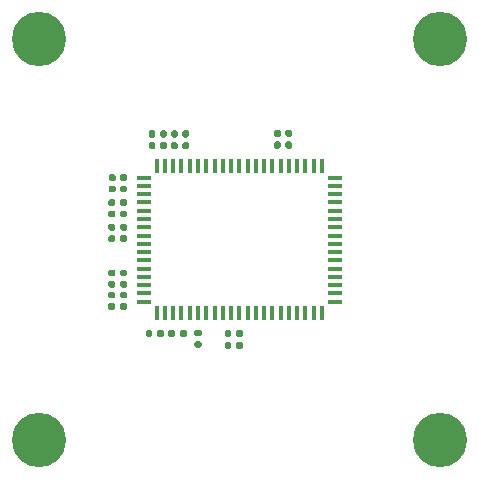
<source format=gbr>
G04 #@! TF.GenerationSoftware,KiCad,Pcbnew,8.0.4*
G04 #@! TF.CreationDate,2025-01-16T23:08:25-08:00*
G04 #@! TF.ProjectId,GMAX4002_MIPI_Breakout,474d4158-3430-4303-925f-4d4950495f42,rev?*
G04 #@! TF.SameCoordinates,Original*
G04 #@! TF.FileFunction,Soldermask,Bot*
G04 #@! TF.FilePolarity,Negative*
%FSLAX46Y46*%
G04 Gerber Fmt 4.6, Leading zero omitted, Abs format (unit mm)*
G04 Created by KiCad (PCBNEW 8.0.4) date 2025-01-16 23:08:25*
%MOMM*%
%LPD*%
G01*
G04 APERTURE LIST*
%ADD10C,4.600000*%
%ADD11R,0.400000X1.200000*%
%ADD12R,1.200000X0.400000*%
G04 APERTURE END LIST*
D10*
G04 #@! TO.C,H4*
X36500000Y-2500000D03*
G04 #@! TD*
G04 #@! TO.C,H3*
X36500000Y-36500000D03*
G04 #@! TD*
G04 #@! TO.C,H1*
X2500000Y-2500000D03*
G04 #@! TD*
G04 #@! TO.C,H2*
X2500000Y-36500000D03*
G04 #@! TD*
G04 #@! TO.C,C98*
G36*
G01*
X18820000Y-28280000D02*
X18820000Y-28620000D01*
G75*
G02*
X18680000Y-28760000I-140000J0D01*
G01*
X18400000Y-28760000D01*
G75*
G02*
X18260000Y-28620000I0J140000D01*
G01*
X18260000Y-28280000D01*
G75*
G02*
X18400000Y-28140000I140000J0D01*
G01*
X18680000Y-28140000D01*
G75*
G02*
X18820000Y-28280000I0J-140000D01*
G01*
G37*
G36*
G01*
X19780000Y-28280000D02*
X19780000Y-28620000D01*
G75*
G02*
X19640000Y-28760000I-140000J0D01*
G01*
X19360000Y-28760000D01*
G75*
G02*
X19220000Y-28620000I0J140000D01*
G01*
X19220000Y-28280000D01*
G75*
G02*
X19360000Y-28140000I140000J0D01*
G01*
X19640000Y-28140000D01*
G75*
G02*
X19780000Y-28280000I0J-140000D01*
G01*
G37*
G04 #@! TD*
G04 #@! TO.C,C97*
G36*
G01*
X18820000Y-27280000D02*
X18820000Y-27620000D01*
G75*
G02*
X18680000Y-27760000I-140000J0D01*
G01*
X18400000Y-27760000D01*
G75*
G02*
X18260000Y-27620000I0J140000D01*
G01*
X18260000Y-27280000D01*
G75*
G02*
X18400000Y-27140000I140000J0D01*
G01*
X18680000Y-27140000D01*
G75*
G02*
X18820000Y-27280000I0J-140000D01*
G01*
G37*
G36*
G01*
X19780000Y-27280000D02*
X19780000Y-27620000D01*
G75*
G02*
X19640000Y-27760000I-140000J0D01*
G01*
X19360000Y-27760000D01*
G75*
G02*
X19220000Y-27620000I0J140000D01*
G01*
X19220000Y-27280000D01*
G75*
G02*
X19360000Y-27140000I140000J0D01*
G01*
X19640000Y-27140000D01*
G75*
G02*
X19780000Y-27280000I0J-140000D01*
G01*
G37*
G04 #@! TD*
G04 #@! TO.C,C96*
G36*
G01*
X23000000Y-11330000D02*
X23000000Y-11670000D01*
G75*
G02*
X22860000Y-11810000I-140000J0D01*
G01*
X22580000Y-11810000D01*
G75*
G02*
X22440000Y-11670000I0J140000D01*
G01*
X22440000Y-11330000D01*
G75*
G02*
X22580000Y-11190000I140000J0D01*
G01*
X22860000Y-11190000D01*
G75*
G02*
X23000000Y-11330000I0J-140000D01*
G01*
G37*
G36*
G01*
X23960000Y-11330000D02*
X23960000Y-11670000D01*
G75*
G02*
X23820000Y-11810000I-140000J0D01*
G01*
X23540000Y-11810000D01*
G75*
G02*
X23400000Y-11670000I0J140000D01*
G01*
X23400000Y-11330000D01*
G75*
G02*
X23540000Y-11190000I140000J0D01*
G01*
X23820000Y-11190000D01*
G75*
G02*
X23960000Y-11330000I0J-140000D01*
G01*
G37*
G04 #@! TD*
G04 #@! TO.C,C95*
G36*
G01*
X23000000Y-10330000D02*
X23000000Y-10670000D01*
G75*
G02*
X22860000Y-10810000I-140000J0D01*
G01*
X22580000Y-10810000D01*
G75*
G02*
X22440000Y-10670000I0J140000D01*
G01*
X22440000Y-10330000D01*
G75*
G02*
X22580000Y-10190000I140000J0D01*
G01*
X22860000Y-10190000D01*
G75*
G02*
X23000000Y-10330000I0J-140000D01*
G01*
G37*
G36*
G01*
X23960000Y-10330000D02*
X23960000Y-10670000D01*
G75*
G02*
X23820000Y-10810000I-140000J0D01*
G01*
X23540000Y-10810000D01*
G75*
G02*
X23400000Y-10670000I0J140000D01*
G01*
X23400000Y-10330000D01*
G75*
G02*
X23540000Y-10190000I140000J0D01*
G01*
X23820000Y-10190000D01*
G75*
G02*
X23960000Y-10330000I0J-140000D01*
G01*
G37*
G04 #@! TD*
G04 #@! TO.C,C92*
G36*
G01*
X14680000Y-10720000D02*
X14680000Y-10380000D01*
G75*
G02*
X14820000Y-10240000I140000J0D01*
G01*
X15100000Y-10240000D01*
G75*
G02*
X15240000Y-10380000I0J-140000D01*
G01*
X15240000Y-10720000D01*
G75*
G02*
X15100000Y-10860000I-140000J0D01*
G01*
X14820000Y-10860000D01*
G75*
G02*
X14680000Y-10720000I0J140000D01*
G01*
G37*
G36*
G01*
X13720000Y-10720000D02*
X13720000Y-10380000D01*
G75*
G02*
X13860000Y-10240000I140000J0D01*
G01*
X14140000Y-10240000D01*
G75*
G02*
X14280000Y-10380000I0J-140000D01*
G01*
X14280000Y-10720000D01*
G75*
G02*
X14140000Y-10860000I-140000J0D01*
G01*
X13860000Y-10860000D01*
G75*
G02*
X13720000Y-10720000I0J140000D01*
G01*
G37*
G04 #@! TD*
G04 #@! TO.C,C91*
G36*
G01*
X14680000Y-11720000D02*
X14680000Y-11380000D01*
G75*
G02*
X14820000Y-11240000I140000J0D01*
G01*
X15100000Y-11240000D01*
G75*
G02*
X15240000Y-11380000I0J-140000D01*
G01*
X15240000Y-11720000D01*
G75*
G02*
X15100000Y-11860000I-140000J0D01*
G01*
X14820000Y-11860000D01*
G75*
G02*
X14680000Y-11720000I0J140000D01*
G01*
G37*
G36*
G01*
X13720000Y-11720000D02*
X13720000Y-11380000D01*
G75*
G02*
X13860000Y-11240000I140000J0D01*
G01*
X14140000Y-11240000D01*
G75*
G02*
X14280000Y-11380000I0J-140000D01*
G01*
X14280000Y-11720000D01*
G75*
G02*
X14140000Y-11860000I-140000J0D01*
G01*
X13860000Y-11860000D01*
G75*
G02*
X13720000Y-11720000I0J140000D01*
G01*
G37*
G04 #@! TD*
G04 #@! TO.C,C90*
G36*
G01*
X9530000Y-17050000D02*
X9870000Y-17050000D01*
G75*
G02*
X10010000Y-17190000I0J-140000D01*
G01*
X10010000Y-17470000D01*
G75*
G02*
X9870000Y-17610000I-140000J0D01*
G01*
X9530000Y-17610000D01*
G75*
G02*
X9390000Y-17470000I0J140000D01*
G01*
X9390000Y-17190000D01*
G75*
G02*
X9530000Y-17050000I140000J0D01*
G01*
G37*
G36*
G01*
X9530000Y-16090000D02*
X9870000Y-16090000D01*
G75*
G02*
X10010000Y-16230000I0J-140000D01*
G01*
X10010000Y-16510000D01*
G75*
G02*
X9870000Y-16650000I-140000J0D01*
G01*
X9530000Y-16650000D01*
G75*
G02*
X9390000Y-16510000I0J140000D01*
G01*
X9390000Y-16230000D01*
G75*
G02*
X9530000Y-16090000I140000J0D01*
G01*
G37*
G04 #@! TD*
G04 #@! TO.C,C89*
G36*
G01*
X8530000Y-17050000D02*
X8870000Y-17050000D01*
G75*
G02*
X9010000Y-17190000I0J-140000D01*
G01*
X9010000Y-17470000D01*
G75*
G02*
X8870000Y-17610000I-140000J0D01*
G01*
X8530000Y-17610000D01*
G75*
G02*
X8390000Y-17470000I0J140000D01*
G01*
X8390000Y-17190000D01*
G75*
G02*
X8530000Y-17050000I140000J0D01*
G01*
G37*
G36*
G01*
X8530000Y-16090000D02*
X8870000Y-16090000D01*
G75*
G02*
X9010000Y-16230000I0J-140000D01*
G01*
X9010000Y-16510000D01*
G75*
G02*
X8870000Y-16650000I-140000J0D01*
G01*
X8530000Y-16650000D01*
G75*
G02*
X8390000Y-16510000I0J140000D01*
G01*
X8390000Y-16230000D01*
G75*
G02*
X8530000Y-16090000I140000J0D01*
G01*
G37*
G04 #@! TD*
G04 #@! TO.C,C88*
G36*
G01*
X9530000Y-14930000D02*
X9870000Y-14930000D01*
G75*
G02*
X10010000Y-15070000I0J-140000D01*
G01*
X10010000Y-15350000D01*
G75*
G02*
X9870000Y-15490000I-140000J0D01*
G01*
X9530000Y-15490000D01*
G75*
G02*
X9390000Y-15350000I0J140000D01*
G01*
X9390000Y-15070000D01*
G75*
G02*
X9530000Y-14930000I140000J0D01*
G01*
G37*
G36*
G01*
X9530000Y-13970000D02*
X9870000Y-13970000D01*
G75*
G02*
X10010000Y-14110000I0J-140000D01*
G01*
X10010000Y-14390000D01*
G75*
G02*
X9870000Y-14530000I-140000J0D01*
G01*
X9530000Y-14530000D01*
G75*
G02*
X9390000Y-14390000I0J140000D01*
G01*
X9390000Y-14110000D01*
G75*
G02*
X9530000Y-13970000I140000J0D01*
G01*
G37*
G04 #@! TD*
G04 #@! TO.C,C87*
G36*
G01*
X8570000Y-14930000D02*
X8910000Y-14930000D01*
G75*
G02*
X9050000Y-15070000I0J-140000D01*
G01*
X9050000Y-15350000D01*
G75*
G02*
X8910000Y-15490000I-140000J0D01*
G01*
X8570000Y-15490000D01*
G75*
G02*
X8430000Y-15350000I0J140000D01*
G01*
X8430000Y-15070000D01*
G75*
G02*
X8570000Y-14930000I140000J0D01*
G01*
G37*
G36*
G01*
X8570000Y-13970000D02*
X8910000Y-13970000D01*
G75*
G02*
X9050000Y-14110000I0J-140000D01*
G01*
X9050000Y-14390000D01*
G75*
G02*
X8910000Y-14530000I-140000J0D01*
G01*
X8570000Y-14530000D01*
G75*
G02*
X8430000Y-14390000I0J140000D01*
G01*
X8430000Y-14110000D01*
G75*
G02*
X8570000Y-13970000I140000J0D01*
G01*
G37*
G04 #@! TD*
G04 #@! TO.C,C66*
G36*
G01*
X9530000Y-24880000D02*
X9870000Y-24880000D01*
G75*
G02*
X10010000Y-25020000I0J-140000D01*
G01*
X10010000Y-25300000D01*
G75*
G02*
X9870000Y-25440000I-140000J0D01*
G01*
X9530000Y-25440000D01*
G75*
G02*
X9390000Y-25300000I0J140000D01*
G01*
X9390000Y-25020000D01*
G75*
G02*
X9530000Y-24880000I140000J0D01*
G01*
G37*
G36*
G01*
X9530000Y-23920000D02*
X9870000Y-23920000D01*
G75*
G02*
X10010000Y-24060000I0J-140000D01*
G01*
X10010000Y-24340000D01*
G75*
G02*
X9870000Y-24480000I-140000J0D01*
G01*
X9530000Y-24480000D01*
G75*
G02*
X9390000Y-24340000I0J140000D01*
G01*
X9390000Y-24060000D01*
G75*
G02*
X9530000Y-23920000I140000J0D01*
G01*
G37*
G04 #@! TD*
G04 #@! TO.C,C58*
G36*
G01*
X9870000Y-22600000D02*
X9530000Y-22600000D01*
G75*
G02*
X9390000Y-22460000I0J140000D01*
G01*
X9390000Y-22180000D01*
G75*
G02*
X9530000Y-22040000I140000J0D01*
G01*
X9870000Y-22040000D01*
G75*
G02*
X10010000Y-22180000I0J-140000D01*
G01*
X10010000Y-22460000D01*
G75*
G02*
X9870000Y-22600000I-140000J0D01*
G01*
G37*
G36*
G01*
X9870000Y-23560000D02*
X9530000Y-23560000D01*
G75*
G02*
X9390000Y-23420000I0J140000D01*
G01*
X9390000Y-23140000D01*
G75*
G02*
X9530000Y-23000000I140000J0D01*
G01*
X9870000Y-23000000D01*
G75*
G02*
X10010000Y-23140000I0J-140000D01*
G01*
X10010000Y-23420000D01*
G75*
G02*
X9870000Y-23560000I-140000J0D01*
G01*
G37*
G04 #@! TD*
G04 #@! TO.C,C34*
G36*
G01*
X9530000Y-18170000D02*
X9870000Y-18170000D01*
G75*
G02*
X10010000Y-18310000I0J-140000D01*
G01*
X10010000Y-18590000D01*
G75*
G02*
X9870000Y-18730000I-140000J0D01*
G01*
X9530000Y-18730000D01*
G75*
G02*
X9390000Y-18590000I0J140000D01*
G01*
X9390000Y-18310000D01*
G75*
G02*
X9530000Y-18170000I140000J0D01*
G01*
G37*
G36*
G01*
X9530000Y-19130000D02*
X9870000Y-19130000D01*
G75*
G02*
X10010000Y-19270000I0J-140000D01*
G01*
X10010000Y-19550000D01*
G75*
G02*
X9870000Y-19690000I-140000J0D01*
G01*
X9530000Y-19690000D01*
G75*
G02*
X9390000Y-19550000I0J140000D01*
G01*
X9390000Y-19270000D01*
G75*
G02*
X9530000Y-19130000I140000J0D01*
G01*
G37*
G04 #@! TD*
D11*
G04 #@! TO.C,U1*
X12500000Y-25750000D03*
X13200000Y-25750000D03*
X13900000Y-25750000D03*
X14600000Y-25750000D03*
X15300000Y-25750000D03*
X16000000Y-25750000D03*
X16700000Y-25750000D03*
X17400000Y-25750000D03*
X18100000Y-25750000D03*
X18800000Y-25750000D03*
X19500000Y-25750000D03*
X20200000Y-25750000D03*
X20900000Y-25750000D03*
X21600000Y-25750000D03*
X22300000Y-25750000D03*
X23000000Y-25750000D03*
X23700000Y-25750000D03*
X24400000Y-25750000D03*
X25100000Y-25750000D03*
X25800000Y-25750000D03*
X26500000Y-25750000D03*
D12*
X27600000Y-24750000D03*
X27600000Y-24050000D03*
X27600000Y-23350000D03*
X27600000Y-22650000D03*
X27600000Y-21950000D03*
X27600000Y-21250000D03*
X27600000Y-20550000D03*
X27600000Y-19850000D03*
X27600000Y-19150000D03*
X27600000Y-18450000D03*
X27600000Y-17750000D03*
X27600000Y-17050000D03*
X27600000Y-16350000D03*
X27600000Y-15650000D03*
X27600000Y-14950000D03*
X27600000Y-14250000D03*
D11*
X26500000Y-13250000D03*
X25800000Y-13250000D03*
X25100000Y-13250000D03*
X24400000Y-13250000D03*
X23700000Y-13250000D03*
X23000000Y-13250000D03*
X22300000Y-13250000D03*
X21600000Y-13250000D03*
X20900000Y-13250000D03*
X20200000Y-13250000D03*
X19500000Y-13250000D03*
X18800000Y-13250000D03*
X18100000Y-13250000D03*
X17400000Y-13250000D03*
X16700000Y-13250000D03*
X16000000Y-13250000D03*
X15300000Y-13250000D03*
X14600000Y-13250000D03*
X13900000Y-13250000D03*
X13200000Y-13250000D03*
X12500000Y-13250000D03*
D12*
X11400000Y-14250000D03*
X11400000Y-14950000D03*
X11400000Y-15650000D03*
X11400000Y-16350000D03*
X11400000Y-17050000D03*
X11400000Y-17750000D03*
X11400000Y-18450000D03*
X11400000Y-19150000D03*
X11400000Y-19850000D03*
X11400000Y-20550000D03*
X11400000Y-21250000D03*
X11400000Y-21950000D03*
X11400000Y-22650000D03*
X11400000Y-23350000D03*
X11400000Y-24050000D03*
X11400000Y-24750000D03*
G04 #@! TD*
G04 #@! TO.C,R1*
G36*
G01*
X14010000Y-27265000D02*
X14010000Y-27635000D01*
G75*
G02*
X13875000Y-27770000I-135000J0D01*
G01*
X13605000Y-27770000D01*
G75*
G02*
X13470000Y-27635000I0J135000D01*
G01*
X13470000Y-27265000D01*
G75*
G02*
X13605000Y-27130000I135000J0D01*
G01*
X13875000Y-27130000D01*
G75*
G02*
X14010000Y-27265000I0J-135000D01*
G01*
G37*
G36*
G01*
X15030000Y-27265000D02*
X15030000Y-27635000D01*
G75*
G02*
X14895000Y-27770000I-135000J0D01*
G01*
X14625000Y-27770000D01*
G75*
G02*
X14490000Y-27635000I0J135000D01*
G01*
X14490000Y-27265000D01*
G75*
G02*
X14625000Y-27130000I135000J0D01*
G01*
X14895000Y-27130000D01*
G75*
G02*
X15030000Y-27265000I0J-135000D01*
G01*
G37*
G04 #@! TD*
G04 #@! TO.C,C68*
G36*
G01*
X12540000Y-27620000D02*
X12540000Y-27280000D01*
G75*
G02*
X12680000Y-27140000I140000J0D01*
G01*
X12960000Y-27140000D01*
G75*
G02*
X13100000Y-27280000I0J-140000D01*
G01*
X13100000Y-27620000D01*
G75*
G02*
X12960000Y-27760000I-140000J0D01*
G01*
X12680000Y-27760000D01*
G75*
G02*
X12540000Y-27620000I0J140000D01*
G01*
G37*
G36*
G01*
X11580000Y-27620000D02*
X11580000Y-27280000D01*
G75*
G02*
X11720000Y-27140000I140000J0D01*
G01*
X12000000Y-27140000D01*
G75*
G02*
X12140000Y-27280000I0J-140000D01*
G01*
X12140000Y-27620000D01*
G75*
G02*
X12000000Y-27760000I-140000J0D01*
G01*
X11720000Y-27760000D01*
G75*
G02*
X11580000Y-27620000I0J140000D01*
G01*
G37*
G04 #@! TD*
G04 #@! TO.C,C67*
G36*
G01*
X15830000Y-28100000D02*
X16170000Y-28100000D01*
G75*
G02*
X16310000Y-28240000I0J-140000D01*
G01*
X16310000Y-28520000D01*
G75*
G02*
X16170000Y-28660000I-140000J0D01*
G01*
X15830000Y-28660000D01*
G75*
G02*
X15690000Y-28520000I0J140000D01*
G01*
X15690000Y-28240000D01*
G75*
G02*
X15830000Y-28100000I140000J0D01*
G01*
G37*
G36*
G01*
X15830000Y-27140000D02*
X16170000Y-27140000D01*
G75*
G02*
X16310000Y-27280000I0J-140000D01*
G01*
X16310000Y-27560000D01*
G75*
G02*
X16170000Y-27700000I-140000J0D01*
G01*
X15830000Y-27700000D01*
G75*
G02*
X15690000Y-27560000I0J140000D01*
G01*
X15690000Y-27280000D01*
G75*
G02*
X15830000Y-27140000I140000J0D01*
G01*
G37*
G04 #@! TD*
G04 #@! TO.C,C62*
G36*
G01*
X8530000Y-24880000D02*
X8870000Y-24880000D01*
G75*
G02*
X9010000Y-25020000I0J-140000D01*
G01*
X9010000Y-25300000D01*
G75*
G02*
X8870000Y-25440000I-140000J0D01*
G01*
X8530000Y-25440000D01*
G75*
G02*
X8390000Y-25300000I0J140000D01*
G01*
X8390000Y-25020000D01*
G75*
G02*
X8530000Y-24880000I140000J0D01*
G01*
G37*
G36*
G01*
X8530000Y-23920000D02*
X8870000Y-23920000D01*
G75*
G02*
X9010000Y-24060000I0J-140000D01*
G01*
X9010000Y-24340000D01*
G75*
G02*
X8870000Y-24480000I-140000J0D01*
G01*
X8530000Y-24480000D01*
G75*
G02*
X8390000Y-24340000I0J140000D01*
G01*
X8390000Y-24060000D01*
G75*
G02*
X8530000Y-23920000I140000J0D01*
G01*
G37*
G04 #@! TD*
G04 #@! TO.C,C54*
G36*
G01*
X8870000Y-22600000D02*
X8530000Y-22600000D01*
G75*
G02*
X8390000Y-22460000I0J140000D01*
G01*
X8390000Y-22180000D01*
G75*
G02*
X8530000Y-22040000I140000J0D01*
G01*
X8870000Y-22040000D01*
G75*
G02*
X9010000Y-22180000I0J-140000D01*
G01*
X9010000Y-22460000D01*
G75*
G02*
X8870000Y-22600000I-140000J0D01*
G01*
G37*
G36*
G01*
X8870000Y-23560000D02*
X8530000Y-23560000D01*
G75*
G02*
X8390000Y-23420000I0J140000D01*
G01*
X8390000Y-23140000D01*
G75*
G02*
X8530000Y-23000000I140000J0D01*
G01*
X8870000Y-23000000D01*
G75*
G02*
X9010000Y-23140000I0J-140000D01*
G01*
X9010000Y-23420000D01*
G75*
G02*
X8870000Y-23560000I-140000J0D01*
G01*
G37*
G04 #@! TD*
G04 #@! TO.C,C33*
G36*
G01*
X8530000Y-18170000D02*
X8870000Y-18170000D01*
G75*
G02*
X9010000Y-18310000I0J-140000D01*
G01*
X9010000Y-18590000D01*
G75*
G02*
X8870000Y-18730000I-140000J0D01*
G01*
X8530000Y-18730000D01*
G75*
G02*
X8390000Y-18590000I0J140000D01*
G01*
X8390000Y-18310000D01*
G75*
G02*
X8530000Y-18170000I140000J0D01*
G01*
G37*
G36*
G01*
X8530000Y-19130000D02*
X8870000Y-19130000D01*
G75*
G02*
X9010000Y-19270000I0J-140000D01*
G01*
X9010000Y-19550000D01*
G75*
G02*
X8870000Y-19690000I-140000J0D01*
G01*
X8530000Y-19690000D01*
G75*
G02*
X8390000Y-19550000I0J140000D01*
G01*
X8390000Y-19270000D01*
G75*
G02*
X8530000Y-19130000I140000J0D01*
G01*
G37*
G04 #@! TD*
G04 #@! TO.C,C4*
G36*
G01*
X12400000Y-10380000D02*
X12400000Y-10720000D01*
G75*
G02*
X12260000Y-10860000I-140000J0D01*
G01*
X11980000Y-10860000D01*
G75*
G02*
X11840000Y-10720000I0J140000D01*
G01*
X11840000Y-10380000D01*
G75*
G02*
X11980000Y-10240000I140000J0D01*
G01*
X12260000Y-10240000D01*
G75*
G02*
X12400000Y-10380000I0J-140000D01*
G01*
G37*
G36*
G01*
X13360000Y-10380000D02*
X13360000Y-10720000D01*
G75*
G02*
X13220000Y-10860000I-140000J0D01*
G01*
X12940000Y-10860000D01*
G75*
G02*
X12800000Y-10720000I0J140000D01*
G01*
X12800000Y-10380000D01*
G75*
G02*
X12940000Y-10240000I140000J0D01*
G01*
X13220000Y-10240000D01*
G75*
G02*
X13360000Y-10380000I0J-140000D01*
G01*
G37*
G04 #@! TD*
G04 #@! TO.C,C3*
G36*
G01*
X12400000Y-11380000D02*
X12400000Y-11720000D01*
G75*
G02*
X12260000Y-11860000I-140000J0D01*
G01*
X11980000Y-11860000D01*
G75*
G02*
X11840000Y-11720000I0J140000D01*
G01*
X11840000Y-11380000D01*
G75*
G02*
X11980000Y-11240000I140000J0D01*
G01*
X12260000Y-11240000D01*
G75*
G02*
X12400000Y-11380000I0J-140000D01*
G01*
G37*
G36*
G01*
X13360000Y-11380000D02*
X13360000Y-11720000D01*
G75*
G02*
X13220000Y-11860000I-140000J0D01*
G01*
X12940000Y-11860000D01*
G75*
G02*
X12800000Y-11720000I0J140000D01*
G01*
X12800000Y-11380000D01*
G75*
G02*
X12940000Y-11240000I140000J0D01*
G01*
X13220000Y-11240000D01*
G75*
G02*
X13360000Y-11380000I0J-140000D01*
G01*
G37*
G04 #@! TD*
M02*

</source>
